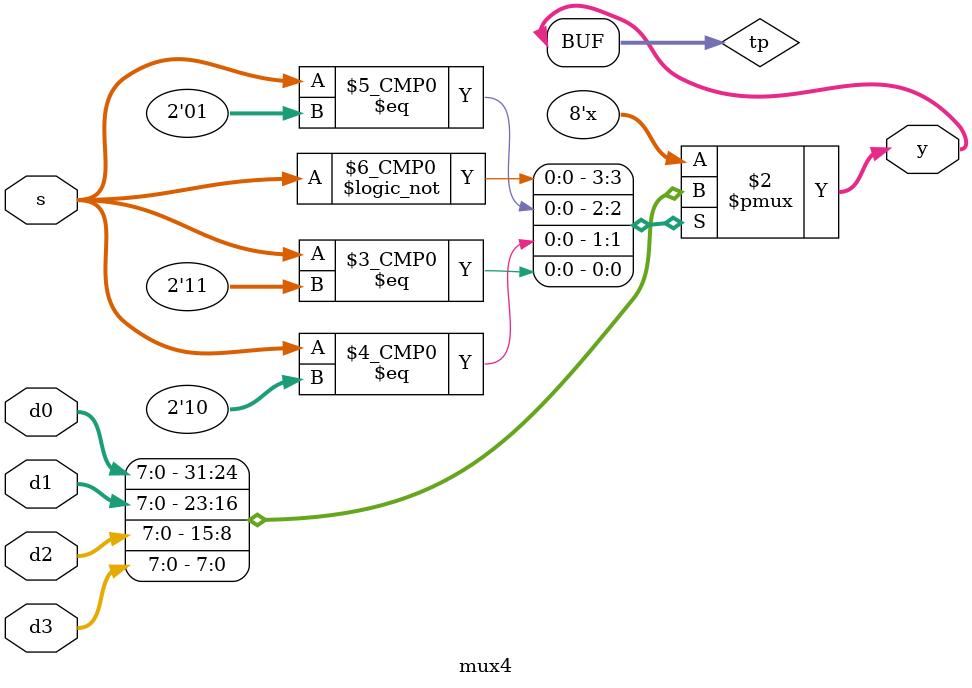
<source format=sv>
`timescale 1ns / 1ps


module mux4#(parameter WIDTH=8)
            (input logic [WIDTH-1:0]d0,d1,d2,d3,
             input logic [1:0]s,
             output logic [WIDTH-1:0]y);
    logic [WIDTH-1:0] tp;
    always_comb
        case(s)
            2'b00: tp<=d0;
            2'b01: tp<=d1;
            2'b10: tp<=d2;
            2'b11: tp<=d3;
         default:tp<=0;
         endcase
    assign y=tp;
endmodule


</source>
